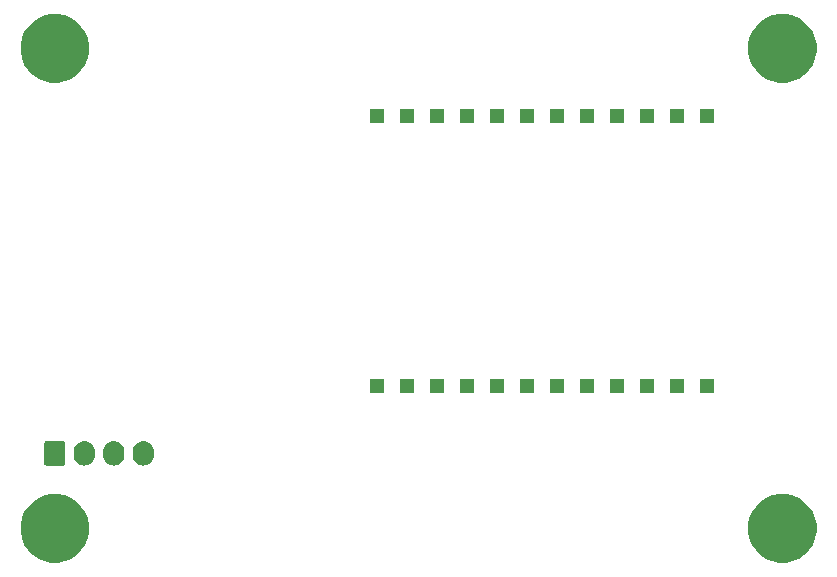
<source format=gbr>
G04 #@! TF.GenerationSoftware,KiCad,Pcbnew,5.0.2+dfsg1-1*
G04 #@! TF.CreationDate,2020-04-26T19:31:52+02:00*
G04 #@! TF.ProjectId,iClone,69436c6f-6e65-42e6-9b69-6361645f7063,rev?*
G04 #@! TF.SameCoordinates,Original*
G04 #@! TF.FileFunction,Soldermask,Bot*
G04 #@! TF.FilePolarity,Negative*
%FSLAX46Y46*%
G04 Gerber Fmt 4.6, Leading zero omitted, Abs format (unit mm)*
G04 Created by KiCad (PCBNEW 5.0.2+dfsg1-1) date dom 26 abr 2020 19:31:52 CEST*
%MOMM*%
%LPD*%
G01*
G04 APERTURE LIST*
%ADD10C,0.100000*%
G04 APERTURE END LIST*
D10*
G36*
X172931190Y-108970483D02*
X173459138Y-109189166D01*
X173934283Y-109506648D01*
X174338352Y-109910717D01*
X174655834Y-110385862D01*
X174874517Y-110913810D01*
X174986000Y-111474275D01*
X174986000Y-112045725D01*
X174874517Y-112606190D01*
X174655834Y-113134138D01*
X174338352Y-113609283D01*
X173934283Y-114013352D01*
X173459138Y-114330834D01*
X172931190Y-114549517D01*
X172370725Y-114661000D01*
X171799275Y-114661000D01*
X171238810Y-114549517D01*
X170710862Y-114330834D01*
X170235717Y-114013352D01*
X169831648Y-113609283D01*
X169514166Y-113134138D01*
X169295483Y-112606190D01*
X169184000Y-112045725D01*
X169184000Y-111474275D01*
X169295483Y-110913810D01*
X169514166Y-110385862D01*
X169831648Y-109910717D01*
X170235717Y-109506648D01*
X170710862Y-109189166D01*
X171238810Y-108970483D01*
X171799275Y-108859000D01*
X172370725Y-108859000D01*
X172931190Y-108970483D01*
X172931190Y-108970483D01*
G37*
G36*
X111336190Y-108970483D02*
X111864138Y-109189166D01*
X112339283Y-109506648D01*
X112743352Y-109910717D01*
X113060834Y-110385862D01*
X113279517Y-110913810D01*
X113391000Y-111474275D01*
X113391000Y-112045725D01*
X113279517Y-112606190D01*
X113060834Y-113134138D01*
X112743352Y-113609283D01*
X112339283Y-114013352D01*
X111864138Y-114330834D01*
X111336190Y-114549517D01*
X110775725Y-114661000D01*
X110204275Y-114661000D01*
X109643810Y-114549517D01*
X109115862Y-114330834D01*
X108640717Y-114013352D01*
X108236648Y-113609283D01*
X107919166Y-113134138D01*
X107700483Y-112606190D01*
X107589000Y-112045725D01*
X107589000Y-111474275D01*
X107700483Y-110913810D01*
X107919166Y-110385862D01*
X108236648Y-109910717D01*
X108640717Y-109506648D01*
X109115862Y-109189166D01*
X109643810Y-108970483D01*
X110204275Y-108859000D01*
X110775725Y-108859000D01*
X111336190Y-108970483D01*
X111336190Y-108970483D01*
G37*
G36*
X118166626Y-104397037D02*
X118279852Y-104431384D01*
X118336466Y-104448557D01*
X118492989Y-104532221D01*
X118630186Y-104644814D01*
X118713448Y-104746271D01*
X118742778Y-104782009D01*
X118742779Y-104782011D01*
X118826443Y-104938533D01*
X118843616Y-104995147D01*
X118877963Y-105108373D01*
X118891000Y-105240742D01*
X118891000Y-105579257D01*
X118877963Y-105711626D01*
X118826443Y-105881466D01*
X118742778Y-106037991D01*
X118742777Y-106037992D01*
X118630186Y-106175186D01*
X118535251Y-106253096D01*
X118492991Y-106287778D01*
X118492989Y-106287779D01*
X118336467Y-106371443D01*
X118295734Y-106383799D01*
X118166627Y-106422963D01*
X117990000Y-106440359D01*
X117813374Y-106422963D01*
X117684267Y-106383799D01*
X117643534Y-106371443D01*
X117487012Y-106287779D01*
X117487010Y-106287778D01*
X117349816Y-106175186D01*
X117349812Y-106175183D01*
X117237222Y-106037992D01*
X117153557Y-105881467D01*
X117136384Y-105824853D01*
X117102037Y-105711627D01*
X117089000Y-105579258D01*
X117089000Y-105240743D01*
X117102037Y-105108374D01*
X117153557Y-104938535D01*
X117153557Y-104938534D01*
X117237221Y-104782011D01*
X117349814Y-104644814D01*
X117451271Y-104561552D01*
X117487009Y-104532222D01*
X117504913Y-104522652D01*
X117643533Y-104448557D01*
X117700147Y-104431384D01*
X117813373Y-104397037D01*
X117990000Y-104379641D01*
X118166626Y-104397037D01*
X118166626Y-104397037D01*
G37*
G36*
X113166626Y-104397037D02*
X113279852Y-104431384D01*
X113336466Y-104448557D01*
X113492989Y-104532221D01*
X113630186Y-104644814D01*
X113713448Y-104746271D01*
X113742778Y-104782009D01*
X113742779Y-104782011D01*
X113826443Y-104938533D01*
X113843616Y-104995147D01*
X113877963Y-105108373D01*
X113891000Y-105240742D01*
X113891000Y-105579257D01*
X113877963Y-105711626D01*
X113826443Y-105881466D01*
X113742778Y-106037991D01*
X113742777Y-106037992D01*
X113630186Y-106175186D01*
X113535251Y-106253096D01*
X113492991Y-106287778D01*
X113492989Y-106287779D01*
X113336467Y-106371443D01*
X113295734Y-106383799D01*
X113166627Y-106422963D01*
X112990000Y-106440359D01*
X112813374Y-106422963D01*
X112684267Y-106383799D01*
X112643534Y-106371443D01*
X112487012Y-106287779D01*
X112487010Y-106287778D01*
X112349816Y-106175186D01*
X112349812Y-106175183D01*
X112237222Y-106037992D01*
X112153557Y-105881467D01*
X112136384Y-105824853D01*
X112102037Y-105711627D01*
X112089000Y-105579258D01*
X112089000Y-105240743D01*
X112102037Y-105108374D01*
X112153557Y-104938535D01*
X112153557Y-104938534D01*
X112237221Y-104782011D01*
X112349814Y-104644814D01*
X112451271Y-104561552D01*
X112487009Y-104532222D01*
X112504913Y-104522652D01*
X112643533Y-104448557D01*
X112700147Y-104431384D01*
X112813373Y-104397037D01*
X112990000Y-104379641D01*
X113166626Y-104397037D01*
X113166626Y-104397037D01*
G37*
G36*
X115666626Y-104397037D02*
X115779852Y-104431384D01*
X115836466Y-104448557D01*
X115992989Y-104532221D01*
X116130186Y-104644814D01*
X116213448Y-104746271D01*
X116242778Y-104782009D01*
X116242779Y-104782011D01*
X116326443Y-104938533D01*
X116343616Y-104995147D01*
X116377963Y-105108373D01*
X116391000Y-105240742D01*
X116391000Y-105579257D01*
X116377963Y-105711626D01*
X116326443Y-105881466D01*
X116242778Y-106037991D01*
X116242777Y-106037992D01*
X116130186Y-106175186D01*
X116035251Y-106253096D01*
X115992991Y-106287778D01*
X115992989Y-106287779D01*
X115836467Y-106371443D01*
X115795734Y-106383799D01*
X115666627Y-106422963D01*
X115490000Y-106440359D01*
X115313374Y-106422963D01*
X115184267Y-106383799D01*
X115143534Y-106371443D01*
X114987012Y-106287779D01*
X114987010Y-106287778D01*
X114849816Y-106175186D01*
X114849812Y-106175183D01*
X114737222Y-106037992D01*
X114653557Y-105881467D01*
X114636384Y-105824853D01*
X114602037Y-105711627D01*
X114589000Y-105579258D01*
X114589000Y-105240743D01*
X114602037Y-105108374D01*
X114653557Y-104938535D01*
X114653557Y-104938534D01*
X114737221Y-104782011D01*
X114849814Y-104644814D01*
X114951271Y-104561552D01*
X114987009Y-104532222D01*
X115004913Y-104522652D01*
X115143533Y-104448557D01*
X115200147Y-104431384D01*
X115313373Y-104397037D01*
X115490000Y-104379641D01*
X115666626Y-104397037D01*
X115666626Y-104397037D01*
G37*
G36*
X111248600Y-104387989D02*
X111281649Y-104398014D01*
X111312106Y-104414294D01*
X111338799Y-104436201D01*
X111360706Y-104462894D01*
X111376986Y-104493351D01*
X111387011Y-104526400D01*
X111391000Y-104566904D01*
X111391000Y-106253096D01*
X111387011Y-106293600D01*
X111376986Y-106326649D01*
X111360706Y-106357106D01*
X111338799Y-106383799D01*
X111312106Y-106405706D01*
X111281649Y-106421986D01*
X111248600Y-106432011D01*
X111208096Y-106436000D01*
X109771904Y-106436000D01*
X109731400Y-106432011D01*
X109698351Y-106421986D01*
X109667894Y-106405706D01*
X109641201Y-106383799D01*
X109619294Y-106357106D01*
X109603014Y-106326649D01*
X109592989Y-106293600D01*
X109589000Y-106253096D01*
X109589000Y-104566904D01*
X109592989Y-104526400D01*
X109603014Y-104493351D01*
X109619294Y-104462894D01*
X109641201Y-104436201D01*
X109667894Y-104414294D01*
X109698351Y-104398014D01*
X109731400Y-104387989D01*
X109771904Y-104384000D01*
X111208096Y-104384000D01*
X111248600Y-104387989D01*
X111248600Y-104387989D01*
G37*
G36*
X140940000Y-100300000D02*
X139730000Y-100300000D01*
X139730000Y-99090000D01*
X140940000Y-99090000D01*
X140940000Y-100300000D01*
X140940000Y-100300000D01*
G37*
G36*
X138400000Y-100300000D02*
X137190000Y-100300000D01*
X137190000Y-99090000D01*
X138400000Y-99090000D01*
X138400000Y-100300000D01*
X138400000Y-100300000D01*
G37*
G36*
X143480000Y-100300000D02*
X142270000Y-100300000D01*
X142270000Y-99090000D01*
X143480000Y-99090000D01*
X143480000Y-100300000D01*
X143480000Y-100300000D01*
G37*
G36*
X146020000Y-100300000D02*
X144810000Y-100300000D01*
X144810000Y-99090000D01*
X146020000Y-99090000D01*
X146020000Y-100300000D01*
X146020000Y-100300000D01*
G37*
G36*
X148560000Y-100300000D02*
X147350000Y-100300000D01*
X147350000Y-99090000D01*
X148560000Y-99090000D01*
X148560000Y-100300000D01*
X148560000Y-100300000D01*
G37*
G36*
X151100000Y-100300000D02*
X149890000Y-100300000D01*
X149890000Y-99090000D01*
X151100000Y-99090000D01*
X151100000Y-100300000D01*
X151100000Y-100300000D01*
G37*
G36*
X158720000Y-100300000D02*
X157510000Y-100300000D01*
X157510000Y-99090000D01*
X158720000Y-99090000D01*
X158720000Y-100300000D01*
X158720000Y-100300000D01*
G37*
G36*
X166340000Y-100300000D02*
X165130000Y-100300000D01*
X165130000Y-99090000D01*
X166340000Y-99090000D01*
X166340000Y-100300000D01*
X166340000Y-100300000D01*
G37*
G36*
X163800000Y-100300000D02*
X162590000Y-100300000D01*
X162590000Y-99090000D01*
X163800000Y-99090000D01*
X163800000Y-100300000D01*
X163800000Y-100300000D01*
G37*
G36*
X156180000Y-100300000D02*
X154970000Y-100300000D01*
X154970000Y-99090000D01*
X156180000Y-99090000D01*
X156180000Y-100300000D01*
X156180000Y-100300000D01*
G37*
G36*
X161260000Y-100300000D02*
X160050000Y-100300000D01*
X160050000Y-99090000D01*
X161260000Y-99090000D01*
X161260000Y-100300000D01*
X161260000Y-100300000D01*
G37*
G36*
X153640000Y-100300000D02*
X152430000Y-100300000D01*
X152430000Y-99090000D01*
X153640000Y-99090000D01*
X153640000Y-100300000D01*
X153640000Y-100300000D01*
G37*
G36*
X148560000Y-77440000D02*
X147350000Y-77440000D01*
X147350000Y-76230000D01*
X148560000Y-76230000D01*
X148560000Y-77440000D01*
X148560000Y-77440000D01*
G37*
G36*
X166340000Y-77440000D02*
X165130000Y-77440000D01*
X165130000Y-76230000D01*
X166340000Y-76230000D01*
X166340000Y-77440000D01*
X166340000Y-77440000D01*
G37*
G36*
X163800000Y-77440000D02*
X162590000Y-77440000D01*
X162590000Y-76230000D01*
X163800000Y-76230000D01*
X163800000Y-77440000D01*
X163800000Y-77440000D01*
G37*
G36*
X161260000Y-77440000D02*
X160050000Y-77440000D01*
X160050000Y-76230000D01*
X161260000Y-76230000D01*
X161260000Y-77440000D01*
X161260000Y-77440000D01*
G37*
G36*
X158720000Y-77440000D02*
X157510000Y-77440000D01*
X157510000Y-76230000D01*
X158720000Y-76230000D01*
X158720000Y-77440000D01*
X158720000Y-77440000D01*
G37*
G36*
X156180000Y-77440000D02*
X154970000Y-77440000D01*
X154970000Y-76230000D01*
X156180000Y-76230000D01*
X156180000Y-77440000D01*
X156180000Y-77440000D01*
G37*
G36*
X153640000Y-77440000D02*
X152430000Y-77440000D01*
X152430000Y-76230000D01*
X153640000Y-76230000D01*
X153640000Y-77440000D01*
X153640000Y-77440000D01*
G37*
G36*
X151100000Y-77440000D02*
X149890000Y-77440000D01*
X149890000Y-76230000D01*
X151100000Y-76230000D01*
X151100000Y-77440000D01*
X151100000Y-77440000D01*
G37*
G36*
X146020000Y-77440000D02*
X144810000Y-77440000D01*
X144810000Y-76230000D01*
X146020000Y-76230000D01*
X146020000Y-77440000D01*
X146020000Y-77440000D01*
G37*
G36*
X143480000Y-77440000D02*
X142270000Y-77440000D01*
X142270000Y-76230000D01*
X143480000Y-76230000D01*
X143480000Y-77440000D01*
X143480000Y-77440000D01*
G37*
G36*
X138400000Y-77440000D02*
X137190000Y-77440000D01*
X137190000Y-76230000D01*
X138400000Y-76230000D01*
X138400000Y-77440000D01*
X138400000Y-77440000D01*
G37*
G36*
X140940000Y-77440000D02*
X139730000Y-77440000D01*
X139730000Y-76230000D01*
X140940000Y-76230000D01*
X140940000Y-77440000D01*
X140940000Y-77440000D01*
G37*
G36*
X111336190Y-68330483D02*
X111864138Y-68549166D01*
X112339283Y-68866648D01*
X112743352Y-69270717D01*
X113060834Y-69745862D01*
X113279517Y-70273810D01*
X113391000Y-70834275D01*
X113391000Y-71405725D01*
X113279517Y-71966190D01*
X113060834Y-72494138D01*
X112743352Y-72969283D01*
X112339283Y-73373352D01*
X111864138Y-73690834D01*
X111336190Y-73909517D01*
X110775725Y-74021000D01*
X110204275Y-74021000D01*
X109643810Y-73909517D01*
X109115862Y-73690834D01*
X108640717Y-73373352D01*
X108236648Y-72969283D01*
X107919166Y-72494138D01*
X107700483Y-71966190D01*
X107589000Y-71405725D01*
X107589000Y-70834275D01*
X107700483Y-70273810D01*
X107919166Y-69745862D01*
X108236648Y-69270717D01*
X108640717Y-68866648D01*
X109115862Y-68549166D01*
X109643810Y-68330483D01*
X110204275Y-68219000D01*
X110775725Y-68219000D01*
X111336190Y-68330483D01*
X111336190Y-68330483D01*
G37*
G36*
X172931190Y-68330483D02*
X173459138Y-68549166D01*
X173934283Y-68866648D01*
X174338352Y-69270717D01*
X174655834Y-69745862D01*
X174874517Y-70273810D01*
X174986000Y-70834275D01*
X174986000Y-71405725D01*
X174874517Y-71966190D01*
X174655834Y-72494138D01*
X174338352Y-72969283D01*
X173934283Y-73373352D01*
X173459138Y-73690834D01*
X172931190Y-73909517D01*
X172370725Y-74021000D01*
X171799275Y-74021000D01*
X171238810Y-73909517D01*
X170710862Y-73690834D01*
X170235717Y-73373352D01*
X169831648Y-72969283D01*
X169514166Y-72494138D01*
X169295483Y-71966190D01*
X169184000Y-71405725D01*
X169184000Y-70834275D01*
X169295483Y-70273810D01*
X169514166Y-69745862D01*
X169831648Y-69270717D01*
X170235717Y-68866648D01*
X170710862Y-68549166D01*
X171238810Y-68330483D01*
X171799275Y-68219000D01*
X172370725Y-68219000D01*
X172931190Y-68330483D01*
X172931190Y-68330483D01*
G37*
M02*

</source>
